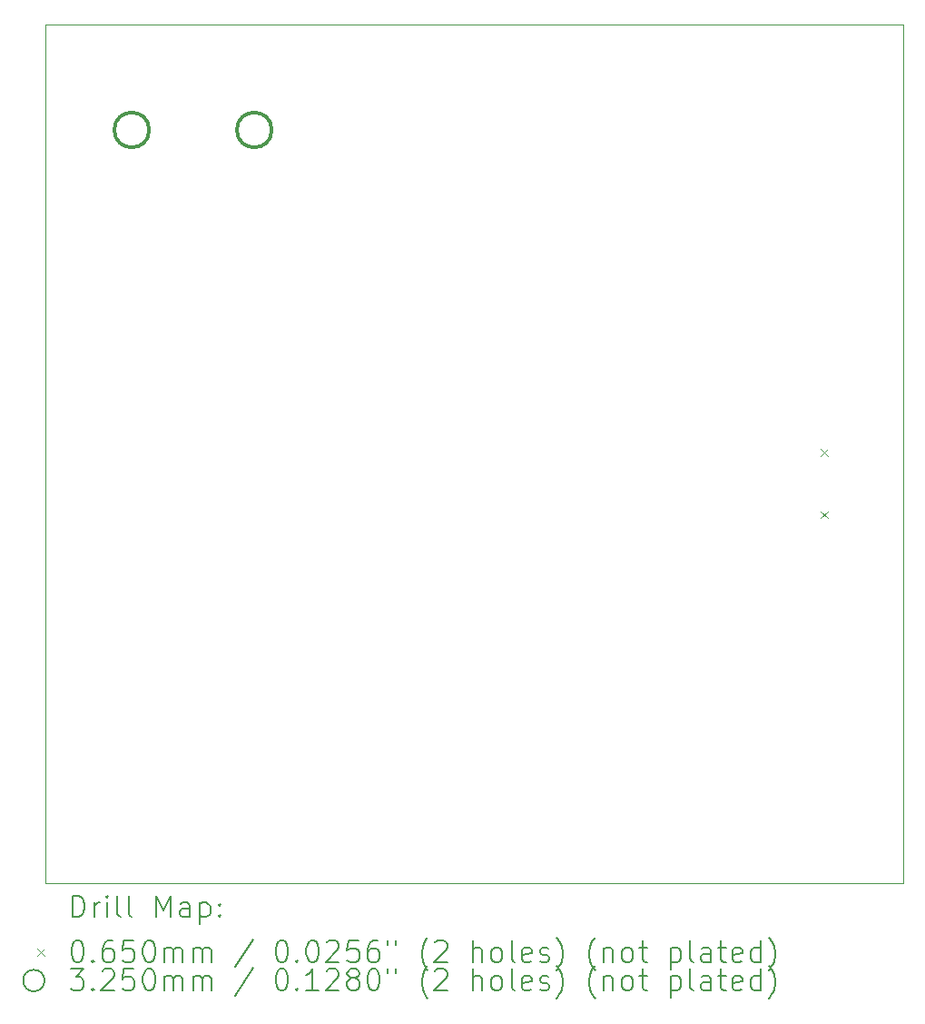
<source format=gbr>
%TF.GenerationSoftware,KiCad,Pcbnew,8.0.5-1.fc40*%
%TF.CreationDate,2024-10-08T11:33:05-07:00*%
%TF.ProjectId,stm32simh,73746d33-3273-4696-9d68-2e6b69636164,rev?*%
%TF.SameCoordinates,Original*%
%TF.FileFunction,Drillmap*%
%TF.FilePolarity,Positive*%
%FSLAX45Y45*%
G04 Gerber Fmt 4.5, Leading zero omitted, Abs format (unit mm)*
G04 Created by KiCad (PCBNEW 8.0.5-1.fc40) date 2024-10-08 11:33:05*
%MOMM*%
%LPD*%
G01*
G04 APERTURE LIST*
%ADD10C,0.100000*%
%ADD11C,0.200000*%
%ADD12C,0.325000*%
G04 APERTURE END LIST*
D10*
X10920000Y-2770000D02*
X18920000Y-2770000D01*
X18920000Y-10770000D01*
X10920000Y-10770000D01*
X10920000Y-2770000D01*
D11*
D10*
X18157000Y-6728500D02*
X18222000Y-6793500D01*
X18222000Y-6728500D02*
X18157000Y-6793500D01*
X18157000Y-7306500D02*
X18222000Y-7371500D01*
X18222000Y-7306500D02*
X18157000Y-7371500D01*
D12*
X11891000Y-3753000D02*
G75*
G02*
X11566000Y-3753000I-162500J0D01*
G01*
X11566000Y-3753000D02*
G75*
G02*
X11891000Y-3753000I162500J0D01*
G01*
X13034000Y-3753000D02*
G75*
G02*
X12709000Y-3753000I-162500J0D01*
G01*
X12709000Y-3753000D02*
G75*
G02*
X13034000Y-3753000I162500J0D01*
G01*
D11*
X11175777Y-11086484D02*
X11175777Y-10886484D01*
X11175777Y-10886484D02*
X11223396Y-10886484D01*
X11223396Y-10886484D02*
X11251967Y-10896008D01*
X11251967Y-10896008D02*
X11271015Y-10915055D01*
X11271015Y-10915055D02*
X11280539Y-10934103D01*
X11280539Y-10934103D02*
X11290062Y-10972198D01*
X11290062Y-10972198D02*
X11290062Y-11000770D01*
X11290062Y-11000770D02*
X11280539Y-11038865D01*
X11280539Y-11038865D02*
X11271015Y-11057912D01*
X11271015Y-11057912D02*
X11251967Y-11076960D01*
X11251967Y-11076960D02*
X11223396Y-11086484D01*
X11223396Y-11086484D02*
X11175777Y-11086484D01*
X11375777Y-11086484D02*
X11375777Y-10953150D01*
X11375777Y-10991246D02*
X11385301Y-10972198D01*
X11385301Y-10972198D02*
X11394824Y-10962674D01*
X11394824Y-10962674D02*
X11413872Y-10953150D01*
X11413872Y-10953150D02*
X11432920Y-10953150D01*
X11499586Y-11086484D02*
X11499586Y-10953150D01*
X11499586Y-10886484D02*
X11490062Y-10896008D01*
X11490062Y-10896008D02*
X11499586Y-10905531D01*
X11499586Y-10905531D02*
X11509110Y-10896008D01*
X11509110Y-10896008D02*
X11499586Y-10886484D01*
X11499586Y-10886484D02*
X11499586Y-10905531D01*
X11623396Y-11086484D02*
X11604348Y-11076960D01*
X11604348Y-11076960D02*
X11594824Y-11057912D01*
X11594824Y-11057912D02*
X11594824Y-10886484D01*
X11728158Y-11086484D02*
X11709110Y-11076960D01*
X11709110Y-11076960D02*
X11699586Y-11057912D01*
X11699586Y-11057912D02*
X11699586Y-10886484D01*
X11956729Y-11086484D02*
X11956729Y-10886484D01*
X11956729Y-10886484D02*
X12023396Y-11029341D01*
X12023396Y-11029341D02*
X12090062Y-10886484D01*
X12090062Y-10886484D02*
X12090062Y-11086484D01*
X12271015Y-11086484D02*
X12271015Y-10981722D01*
X12271015Y-10981722D02*
X12261491Y-10962674D01*
X12261491Y-10962674D02*
X12242443Y-10953150D01*
X12242443Y-10953150D02*
X12204348Y-10953150D01*
X12204348Y-10953150D02*
X12185301Y-10962674D01*
X12271015Y-11076960D02*
X12251967Y-11086484D01*
X12251967Y-11086484D02*
X12204348Y-11086484D01*
X12204348Y-11086484D02*
X12185301Y-11076960D01*
X12185301Y-11076960D02*
X12175777Y-11057912D01*
X12175777Y-11057912D02*
X12175777Y-11038865D01*
X12175777Y-11038865D02*
X12185301Y-11019817D01*
X12185301Y-11019817D02*
X12204348Y-11010293D01*
X12204348Y-11010293D02*
X12251967Y-11010293D01*
X12251967Y-11010293D02*
X12271015Y-11000770D01*
X12366253Y-10953150D02*
X12366253Y-11153150D01*
X12366253Y-10962674D02*
X12385301Y-10953150D01*
X12385301Y-10953150D02*
X12423396Y-10953150D01*
X12423396Y-10953150D02*
X12442443Y-10962674D01*
X12442443Y-10962674D02*
X12451967Y-10972198D01*
X12451967Y-10972198D02*
X12461491Y-10991246D01*
X12461491Y-10991246D02*
X12461491Y-11048389D01*
X12461491Y-11048389D02*
X12451967Y-11067436D01*
X12451967Y-11067436D02*
X12442443Y-11076960D01*
X12442443Y-11076960D02*
X12423396Y-11086484D01*
X12423396Y-11086484D02*
X12385301Y-11086484D01*
X12385301Y-11086484D02*
X12366253Y-11076960D01*
X12547205Y-11067436D02*
X12556729Y-11076960D01*
X12556729Y-11076960D02*
X12547205Y-11086484D01*
X12547205Y-11086484D02*
X12537682Y-11076960D01*
X12537682Y-11076960D02*
X12547205Y-11067436D01*
X12547205Y-11067436D02*
X12547205Y-11086484D01*
X12547205Y-10962674D02*
X12556729Y-10972198D01*
X12556729Y-10972198D02*
X12547205Y-10981722D01*
X12547205Y-10981722D02*
X12537682Y-10972198D01*
X12537682Y-10972198D02*
X12547205Y-10962674D01*
X12547205Y-10962674D02*
X12547205Y-10981722D01*
D10*
X10850000Y-11382500D02*
X10915000Y-11447500D01*
X10915000Y-11382500D02*
X10850000Y-11447500D01*
D11*
X11213872Y-11306484D02*
X11232920Y-11306484D01*
X11232920Y-11306484D02*
X11251967Y-11316008D01*
X11251967Y-11316008D02*
X11261491Y-11325531D01*
X11261491Y-11325531D02*
X11271015Y-11344579D01*
X11271015Y-11344579D02*
X11280539Y-11382674D01*
X11280539Y-11382674D02*
X11280539Y-11430293D01*
X11280539Y-11430293D02*
X11271015Y-11468388D01*
X11271015Y-11468388D02*
X11261491Y-11487436D01*
X11261491Y-11487436D02*
X11251967Y-11496960D01*
X11251967Y-11496960D02*
X11232920Y-11506484D01*
X11232920Y-11506484D02*
X11213872Y-11506484D01*
X11213872Y-11506484D02*
X11194824Y-11496960D01*
X11194824Y-11496960D02*
X11185301Y-11487436D01*
X11185301Y-11487436D02*
X11175777Y-11468388D01*
X11175777Y-11468388D02*
X11166253Y-11430293D01*
X11166253Y-11430293D02*
X11166253Y-11382674D01*
X11166253Y-11382674D02*
X11175777Y-11344579D01*
X11175777Y-11344579D02*
X11185301Y-11325531D01*
X11185301Y-11325531D02*
X11194824Y-11316008D01*
X11194824Y-11316008D02*
X11213872Y-11306484D01*
X11366253Y-11487436D02*
X11375777Y-11496960D01*
X11375777Y-11496960D02*
X11366253Y-11506484D01*
X11366253Y-11506484D02*
X11356729Y-11496960D01*
X11356729Y-11496960D02*
X11366253Y-11487436D01*
X11366253Y-11487436D02*
X11366253Y-11506484D01*
X11547205Y-11306484D02*
X11509110Y-11306484D01*
X11509110Y-11306484D02*
X11490062Y-11316008D01*
X11490062Y-11316008D02*
X11480539Y-11325531D01*
X11480539Y-11325531D02*
X11461491Y-11354103D01*
X11461491Y-11354103D02*
X11451967Y-11392198D01*
X11451967Y-11392198D02*
X11451967Y-11468388D01*
X11451967Y-11468388D02*
X11461491Y-11487436D01*
X11461491Y-11487436D02*
X11471015Y-11496960D01*
X11471015Y-11496960D02*
X11490062Y-11506484D01*
X11490062Y-11506484D02*
X11528158Y-11506484D01*
X11528158Y-11506484D02*
X11547205Y-11496960D01*
X11547205Y-11496960D02*
X11556729Y-11487436D01*
X11556729Y-11487436D02*
X11566253Y-11468388D01*
X11566253Y-11468388D02*
X11566253Y-11420769D01*
X11566253Y-11420769D02*
X11556729Y-11401722D01*
X11556729Y-11401722D02*
X11547205Y-11392198D01*
X11547205Y-11392198D02*
X11528158Y-11382674D01*
X11528158Y-11382674D02*
X11490062Y-11382674D01*
X11490062Y-11382674D02*
X11471015Y-11392198D01*
X11471015Y-11392198D02*
X11461491Y-11401722D01*
X11461491Y-11401722D02*
X11451967Y-11420769D01*
X11747205Y-11306484D02*
X11651967Y-11306484D01*
X11651967Y-11306484D02*
X11642443Y-11401722D01*
X11642443Y-11401722D02*
X11651967Y-11392198D01*
X11651967Y-11392198D02*
X11671015Y-11382674D01*
X11671015Y-11382674D02*
X11718634Y-11382674D01*
X11718634Y-11382674D02*
X11737682Y-11392198D01*
X11737682Y-11392198D02*
X11747205Y-11401722D01*
X11747205Y-11401722D02*
X11756729Y-11420769D01*
X11756729Y-11420769D02*
X11756729Y-11468388D01*
X11756729Y-11468388D02*
X11747205Y-11487436D01*
X11747205Y-11487436D02*
X11737682Y-11496960D01*
X11737682Y-11496960D02*
X11718634Y-11506484D01*
X11718634Y-11506484D02*
X11671015Y-11506484D01*
X11671015Y-11506484D02*
X11651967Y-11496960D01*
X11651967Y-11496960D02*
X11642443Y-11487436D01*
X11880539Y-11306484D02*
X11899586Y-11306484D01*
X11899586Y-11306484D02*
X11918634Y-11316008D01*
X11918634Y-11316008D02*
X11928158Y-11325531D01*
X11928158Y-11325531D02*
X11937682Y-11344579D01*
X11937682Y-11344579D02*
X11947205Y-11382674D01*
X11947205Y-11382674D02*
X11947205Y-11430293D01*
X11947205Y-11430293D02*
X11937682Y-11468388D01*
X11937682Y-11468388D02*
X11928158Y-11487436D01*
X11928158Y-11487436D02*
X11918634Y-11496960D01*
X11918634Y-11496960D02*
X11899586Y-11506484D01*
X11899586Y-11506484D02*
X11880539Y-11506484D01*
X11880539Y-11506484D02*
X11861491Y-11496960D01*
X11861491Y-11496960D02*
X11851967Y-11487436D01*
X11851967Y-11487436D02*
X11842443Y-11468388D01*
X11842443Y-11468388D02*
X11832920Y-11430293D01*
X11832920Y-11430293D02*
X11832920Y-11382674D01*
X11832920Y-11382674D02*
X11842443Y-11344579D01*
X11842443Y-11344579D02*
X11851967Y-11325531D01*
X11851967Y-11325531D02*
X11861491Y-11316008D01*
X11861491Y-11316008D02*
X11880539Y-11306484D01*
X12032920Y-11506484D02*
X12032920Y-11373150D01*
X12032920Y-11392198D02*
X12042443Y-11382674D01*
X12042443Y-11382674D02*
X12061491Y-11373150D01*
X12061491Y-11373150D02*
X12090063Y-11373150D01*
X12090063Y-11373150D02*
X12109110Y-11382674D01*
X12109110Y-11382674D02*
X12118634Y-11401722D01*
X12118634Y-11401722D02*
X12118634Y-11506484D01*
X12118634Y-11401722D02*
X12128158Y-11382674D01*
X12128158Y-11382674D02*
X12147205Y-11373150D01*
X12147205Y-11373150D02*
X12175777Y-11373150D01*
X12175777Y-11373150D02*
X12194824Y-11382674D01*
X12194824Y-11382674D02*
X12204348Y-11401722D01*
X12204348Y-11401722D02*
X12204348Y-11506484D01*
X12299586Y-11506484D02*
X12299586Y-11373150D01*
X12299586Y-11392198D02*
X12309110Y-11382674D01*
X12309110Y-11382674D02*
X12328158Y-11373150D01*
X12328158Y-11373150D02*
X12356729Y-11373150D01*
X12356729Y-11373150D02*
X12375777Y-11382674D01*
X12375777Y-11382674D02*
X12385301Y-11401722D01*
X12385301Y-11401722D02*
X12385301Y-11506484D01*
X12385301Y-11401722D02*
X12394824Y-11382674D01*
X12394824Y-11382674D02*
X12413872Y-11373150D01*
X12413872Y-11373150D02*
X12442443Y-11373150D01*
X12442443Y-11373150D02*
X12461491Y-11382674D01*
X12461491Y-11382674D02*
X12471015Y-11401722D01*
X12471015Y-11401722D02*
X12471015Y-11506484D01*
X12861491Y-11296960D02*
X12690063Y-11554103D01*
X13118634Y-11306484D02*
X13137682Y-11306484D01*
X13137682Y-11306484D02*
X13156729Y-11316008D01*
X13156729Y-11316008D02*
X13166253Y-11325531D01*
X13166253Y-11325531D02*
X13175777Y-11344579D01*
X13175777Y-11344579D02*
X13185301Y-11382674D01*
X13185301Y-11382674D02*
X13185301Y-11430293D01*
X13185301Y-11430293D02*
X13175777Y-11468388D01*
X13175777Y-11468388D02*
X13166253Y-11487436D01*
X13166253Y-11487436D02*
X13156729Y-11496960D01*
X13156729Y-11496960D02*
X13137682Y-11506484D01*
X13137682Y-11506484D02*
X13118634Y-11506484D01*
X13118634Y-11506484D02*
X13099586Y-11496960D01*
X13099586Y-11496960D02*
X13090063Y-11487436D01*
X13090063Y-11487436D02*
X13080539Y-11468388D01*
X13080539Y-11468388D02*
X13071015Y-11430293D01*
X13071015Y-11430293D02*
X13071015Y-11382674D01*
X13071015Y-11382674D02*
X13080539Y-11344579D01*
X13080539Y-11344579D02*
X13090063Y-11325531D01*
X13090063Y-11325531D02*
X13099586Y-11316008D01*
X13099586Y-11316008D02*
X13118634Y-11306484D01*
X13271015Y-11487436D02*
X13280539Y-11496960D01*
X13280539Y-11496960D02*
X13271015Y-11506484D01*
X13271015Y-11506484D02*
X13261491Y-11496960D01*
X13261491Y-11496960D02*
X13271015Y-11487436D01*
X13271015Y-11487436D02*
X13271015Y-11506484D01*
X13404348Y-11306484D02*
X13423396Y-11306484D01*
X13423396Y-11306484D02*
X13442444Y-11316008D01*
X13442444Y-11316008D02*
X13451967Y-11325531D01*
X13451967Y-11325531D02*
X13461491Y-11344579D01*
X13461491Y-11344579D02*
X13471015Y-11382674D01*
X13471015Y-11382674D02*
X13471015Y-11430293D01*
X13471015Y-11430293D02*
X13461491Y-11468388D01*
X13461491Y-11468388D02*
X13451967Y-11487436D01*
X13451967Y-11487436D02*
X13442444Y-11496960D01*
X13442444Y-11496960D02*
X13423396Y-11506484D01*
X13423396Y-11506484D02*
X13404348Y-11506484D01*
X13404348Y-11506484D02*
X13385301Y-11496960D01*
X13385301Y-11496960D02*
X13375777Y-11487436D01*
X13375777Y-11487436D02*
X13366253Y-11468388D01*
X13366253Y-11468388D02*
X13356729Y-11430293D01*
X13356729Y-11430293D02*
X13356729Y-11382674D01*
X13356729Y-11382674D02*
X13366253Y-11344579D01*
X13366253Y-11344579D02*
X13375777Y-11325531D01*
X13375777Y-11325531D02*
X13385301Y-11316008D01*
X13385301Y-11316008D02*
X13404348Y-11306484D01*
X13547206Y-11325531D02*
X13556729Y-11316008D01*
X13556729Y-11316008D02*
X13575777Y-11306484D01*
X13575777Y-11306484D02*
X13623396Y-11306484D01*
X13623396Y-11306484D02*
X13642444Y-11316008D01*
X13642444Y-11316008D02*
X13651967Y-11325531D01*
X13651967Y-11325531D02*
X13661491Y-11344579D01*
X13661491Y-11344579D02*
X13661491Y-11363627D01*
X13661491Y-11363627D02*
X13651967Y-11392198D01*
X13651967Y-11392198D02*
X13537682Y-11506484D01*
X13537682Y-11506484D02*
X13661491Y-11506484D01*
X13842444Y-11306484D02*
X13747206Y-11306484D01*
X13747206Y-11306484D02*
X13737682Y-11401722D01*
X13737682Y-11401722D02*
X13747206Y-11392198D01*
X13747206Y-11392198D02*
X13766253Y-11382674D01*
X13766253Y-11382674D02*
X13813872Y-11382674D01*
X13813872Y-11382674D02*
X13832920Y-11392198D01*
X13832920Y-11392198D02*
X13842444Y-11401722D01*
X13842444Y-11401722D02*
X13851967Y-11420769D01*
X13851967Y-11420769D02*
X13851967Y-11468388D01*
X13851967Y-11468388D02*
X13842444Y-11487436D01*
X13842444Y-11487436D02*
X13832920Y-11496960D01*
X13832920Y-11496960D02*
X13813872Y-11506484D01*
X13813872Y-11506484D02*
X13766253Y-11506484D01*
X13766253Y-11506484D02*
X13747206Y-11496960D01*
X13747206Y-11496960D02*
X13737682Y-11487436D01*
X14023396Y-11306484D02*
X13985301Y-11306484D01*
X13985301Y-11306484D02*
X13966253Y-11316008D01*
X13966253Y-11316008D02*
X13956729Y-11325531D01*
X13956729Y-11325531D02*
X13937682Y-11354103D01*
X13937682Y-11354103D02*
X13928158Y-11392198D01*
X13928158Y-11392198D02*
X13928158Y-11468388D01*
X13928158Y-11468388D02*
X13937682Y-11487436D01*
X13937682Y-11487436D02*
X13947206Y-11496960D01*
X13947206Y-11496960D02*
X13966253Y-11506484D01*
X13966253Y-11506484D02*
X14004348Y-11506484D01*
X14004348Y-11506484D02*
X14023396Y-11496960D01*
X14023396Y-11496960D02*
X14032920Y-11487436D01*
X14032920Y-11487436D02*
X14042444Y-11468388D01*
X14042444Y-11468388D02*
X14042444Y-11420769D01*
X14042444Y-11420769D02*
X14032920Y-11401722D01*
X14032920Y-11401722D02*
X14023396Y-11392198D01*
X14023396Y-11392198D02*
X14004348Y-11382674D01*
X14004348Y-11382674D02*
X13966253Y-11382674D01*
X13966253Y-11382674D02*
X13947206Y-11392198D01*
X13947206Y-11392198D02*
X13937682Y-11401722D01*
X13937682Y-11401722D02*
X13928158Y-11420769D01*
X14118634Y-11306484D02*
X14118634Y-11344579D01*
X14194825Y-11306484D02*
X14194825Y-11344579D01*
X14490063Y-11582674D02*
X14480539Y-11573150D01*
X14480539Y-11573150D02*
X14461491Y-11544579D01*
X14461491Y-11544579D02*
X14451968Y-11525531D01*
X14451968Y-11525531D02*
X14442444Y-11496960D01*
X14442444Y-11496960D02*
X14432920Y-11449341D01*
X14432920Y-11449341D02*
X14432920Y-11411246D01*
X14432920Y-11411246D02*
X14442444Y-11363627D01*
X14442444Y-11363627D02*
X14451968Y-11335055D01*
X14451968Y-11335055D02*
X14461491Y-11316008D01*
X14461491Y-11316008D02*
X14480539Y-11287436D01*
X14480539Y-11287436D02*
X14490063Y-11277912D01*
X14556729Y-11325531D02*
X14566253Y-11316008D01*
X14566253Y-11316008D02*
X14585301Y-11306484D01*
X14585301Y-11306484D02*
X14632920Y-11306484D01*
X14632920Y-11306484D02*
X14651968Y-11316008D01*
X14651968Y-11316008D02*
X14661491Y-11325531D01*
X14661491Y-11325531D02*
X14671015Y-11344579D01*
X14671015Y-11344579D02*
X14671015Y-11363627D01*
X14671015Y-11363627D02*
X14661491Y-11392198D01*
X14661491Y-11392198D02*
X14547206Y-11506484D01*
X14547206Y-11506484D02*
X14671015Y-11506484D01*
X14909110Y-11506484D02*
X14909110Y-11306484D01*
X14994825Y-11506484D02*
X14994825Y-11401722D01*
X14994825Y-11401722D02*
X14985301Y-11382674D01*
X14985301Y-11382674D02*
X14966253Y-11373150D01*
X14966253Y-11373150D02*
X14937682Y-11373150D01*
X14937682Y-11373150D02*
X14918634Y-11382674D01*
X14918634Y-11382674D02*
X14909110Y-11392198D01*
X15118634Y-11506484D02*
X15099587Y-11496960D01*
X15099587Y-11496960D02*
X15090063Y-11487436D01*
X15090063Y-11487436D02*
X15080539Y-11468388D01*
X15080539Y-11468388D02*
X15080539Y-11411246D01*
X15080539Y-11411246D02*
X15090063Y-11392198D01*
X15090063Y-11392198D02*
X15099587Y-11382674D01*
X15099587Y-11382674D02*
X15118634Y-11373150D01*
X15118634Y-11373150D02*
X15147206Y-11373150D01*
X15147206Y-11373150D02*
X15166253Y-11382674D01*
X15166253Y-11382674D02*
X15175777Y-11392198D01*
X15175777Y-11392198D02*
X15185301Y-11411246D01*
X15185301Y-11411246D02*
X15185301Y-11468388D01*
X15185301Y-11468388D02*
X15175777Y-11487436D01*
X15175777Y-11487436D02*
X15166253Y-11496960D01*
X15166253Y-11496960D02*
X15147206Y-11506484D01*
X15147206Y-11506484D02*
X15118634Y-11506484D01*
X15299587Y-11506484D02*
X15280539Y-11496960D01*
X15280539Y-11496960D02*
X15271015Y-11477912D01*
X15271015Y-11477912D02*
X15271015Y-11306484D01*
X15451968Y-11496960D02*
X15432920Y-11506484D01*
X15432920Y-11506484D02*
X15394825Y-11506484D01*
X15394825Y-11506484D02*
X15375777Y-11496960D01*
X15375777Y-11496960D02*
X15366253Y-11477912D01*
X15366253Y-11477912D02*
X15366253Y-11401722D01*
X15366253Y-11401722D02*
X15375777Y-11382674D01*
X15375777Y-11382674D02*
X15394825Y-11373150D01*
X15394825Y-11373150D02*
X15432920Y-11373150D01*
X15432920Y-11373150D02*
X15451968Y-11382674D01*
X15451968Y-11382674D02*
X15461491Y-11401722D01*
X15461491Y-11401722D02*
X15461491Y-11420769D01*
X15461491Y-11420769D02*
X15366253Y-11439817D01*
X15537682Y-11496960D02*
X15556730Y-11506484D01*
X15556730Y-11506484D02*
X15594825Y-11506484D01*
X15594825Y-11506484D02*
X15613872Y-11496960D01*
X15613872Y-11496960D02*
X15623396Y-11477912D01*
X15623396Y-11477912D02*
X15623396Y-11468388D01*
X15623396Y-11468388D02*
X15613872Y-11449341D01*
X15613872Y-11449341D02*
X15594825Y-11439817D01*
X15594825Y-11439817D02*
X15566253Y-11439817D01*
X15566253Y-11439817D02*
X15547206Y-11430293D01*
X15547206Y-11430293D02*
X15537682Y-11411246D01*
X15537682Y-11411246D02*
X15537682Y-11401722D01*
X15537682Y-11401722D02*
X15547206Y-11382674D01*
X15547206Y-11382674D02*
X15566253Y-11373150D01*
X15566253Y-11373150D02*
X15594825Y-11373150D01*
X15594825Y-11373150D02*
X15613872Y-11382674D01*
X15690063Y-11582674D02*
X15699587Y-11573150D01*
X15699587Y-11573150D02*
X15718634Y-11544579D01*
X15718634Y-11544579D02*
X15728158Y-11525531D01*
X15728158Y-11525531D02*
X15737682Y-11496960D01*
X15737682Y-11496960D02*
X15747206Y-11449341D01*
X15747206Y-11449341D02*
X15747206Y-11411246D01*
X15747206Y-11411246D02*
X15737682Y-11363627D01*
X15737682Y-11363627D02*
X15728158Y-11335055D01*
X15728158Y-11335055D02*
X15718634Y-11316008D01*
X15718634Y-11316008D02*
X15699587Y-11287436D01*
X15699587Y-11287436D02*
X15690063Y-11277912D01*
X16051968Y-11582674D02*
X16042444Y-11573150D01*
X16042444Y-11573150D02*
X16023396Y-11544579D01*
X16023396Y-11544579D02*
X16013872Y-11525531D01*
X16013872Y-11525531D02*
X16004349Y-11496960D01*
X16004349Y-11496960D02*
X15994825Y-11449341D01*
X15994825Y-11449341D02*
X15994825Y-11411246D01*
X15994825Y-11411246D02*
X16004349Y-11363627D01*
X16004349Y-11363627D02*
X16013872Y-11335055D01*
X16013872Y-11335055D02*
X16023396Y-11316008D01*
X16023396Y-11316008D02*
X16042444Y-11287436D01*
X16042444Y-11287436D02*
X16051968Y-11277912D01*
X16128158Y-11373150D02*
X16128158Y-11506484D01*
X16128158Y-11392198D02*
X16137682Y-11382674D01*
X16137682Y-11382674D02*
X16156730Y-11373150D01*
X16156730Y-11373150D02*
X16185301Y-11373150D01*
X16185301Y-11373150D02*
X16204349Y-11382674D01*
X16204349Y-11382674D02*
X16213872Y-11401722D01*
X16213872Y-11401722D02*
X16213872Y-11506484D01*
X16337682Y-11506484D02*
X16318634Y-11496960D01*
X16318634Y-11496960D02*
X16309111Y-11487436D01*
X16309111Y-11487436D02*
X16299587Y-11468388D01*
X16299587Y-11468388D02*
X16299587Y-11411246D01*
X16299587Y-11411246D02*
X16309111Y-11392198D01*
X16309111Y-11392198D02*
X16318634Y-11382674D01*
X16318634Y-11382674D02*
X16337682Y-11373150D01*
X16337682Y-11373150D02*
X16366253Y-11373150D01*
X16366253Y-11373150D02*
X16385301Y-11382674D01*
X16385301Y-11382674D02*
X16394825Y-11392198D01*
X16394825Y-11392198D02*
X16404349Y-11411246D01*
X16404349Y-11411246D02*
X16404349Y-11468388D01*
X16404349Y-11468388D02*
X16394825Y-11487436D01*
X16394825Y-11487436D02*
X16385301Y-11496960D01*
X16385301Y-11496960D02*
X16366253Y-11506484D01*
X16366253Y-11506484D02*
X16337682Y-11506484D01*
X16461492Y-11373150D02*
X16537682Y-11373150D01*
X16490063Y-11306484D02*
X16490063Y-11477912D01*
X16490063Y-11477912D02*
X16499587Y-11496960D01*
X16499587Y-11496960D02*
X16518634Y-11506484D01*
X16518634Y-11506484D02*
X16537682Y-11506484D01*
X16756730Y-11373150D02*
X16756730Y-11573150D01*
X16756730Y-11382674D02*
X16775777Y-11373150D01*
X16775777Y-11373150D02*
X16813873Y-11373150D01*
X16813873Y-11373150D02*
X16832920Y-11382674D01*
X16832920Y-11382674D02*
X16842444Y-11392198D01*
X16842444Y-11392198D02*
X16851968Y-11411246D01*
X16851968Y-11411246D02*
X16851968Y-11468388D01*
X16851968Y-11468388D02*
X16842444Y-11487436D01*
X16842444Y-11487436D02*
X16832920Y-11496960D01*
X16832920Y-11496960D02*
X16813873Y-11506484D01*
X16813873Y-11506484D02*
X16775777Y-11506484D01*
X16775777Y-11506484D02*
X16756730Y-11496960D01*
X16966254Y-11506484D02*
X16947206Y-11496960D01*
X16947206Y-11496960D02*
X16937682Y-11477912D01*
X16937682Y-11477912D02*
X16937682Y-11306484D01*
X17128158Y-11506484D02*
X17128158Y-11401722D01*
X17128158Y-11401722D02*
X17118635Y-11382674D01*
X17118635Y-11382674D02*
X17099587Y-11373150D01*
X17099587Y-11373150D02*
X17061492Y-11373150D01*
X17061492Y-11373150D02*
X17042444Y-11382674D01*
X17128158Y-11496960D02*
X17109111Y-11506484D01*
X17109111Y-11506484D02*
X17061492Y-11506484D01*
X17061492Y-11506484D02*
X17042444Y-11496960D01*
X17042444Y-11496960D02*
X17032920Y-11477912D01*
X17032920Y-11477912D02*
X17032920Y-11458865D01*
X17032920Y-11458865D02*
X17042444Y-11439817D01*
X17042444Y-11439817D02*
X17061492Y-11430293D01*
X17061492Y-11430293D02*
X17109111Y-11430293D01*
X17109111Y-11430293D02*
X17128158Y-11420769D01*
X17194825Y-11373150D02*
X17271015Y-11373150D01*
X17223396Y-11306484D02*
X17223396Y-11477912D01*
X17223396Y-11477912D02*
X17232920Y-11496960D01*
X17232920Y-11496960D02*
X17251968Y-11506484D01*
X17251968Y-11506484D02*
X17271015Y-11506484D01*
X17413873Y-11496960D02*
X17394825Y-11506484D01*
X17394825Y-11506484D02*
X17356730Y-11506484D01*
X17356730Y-11506484D02*
X17337682Y-11496960D01*
X17337682Y-11496960D02*
X17328158Y-11477912D01*
X17328158Y-11477912D02*
X17328158Y-11401722D01*
X17328158Y-11401722D02*
X17337682Y-11382674D01*
X17337682Y-11382674D02*
X17356730Y-11373150D01*
X17356730Y-11373150D02*
X17394825Y-11373150D01*
X17394825Y-11373150D02*
X17413873Y-11382674D01*
X17413873Y-11382674D02*
X17423396Y-11401722D01*
X17423396Y-11401722D02*
X17423396Y-11420769D01*
X17423396Y-11420769D02*
X17328158Y-11439817D01*
X17594825Y-11506484D02*
X17594825Y-11306484D01*
X17594825Y-11496960D02*
X17575777Y-11506484D01*
X17575777Y-11506484D02*
X17537682Y-11506484D01*
X17537682Y-11506484D02*
X17518635Y-11496960D01*
X17518635Y-11496960D02*
X17509111Y-11487436D01*
X17509111Y-11487436D02*
X17499587Y-11468388D01*
X17499587Y-11468388D02*
X17499587Y-11411246D01*
X17499587Y-11411246D02*
X17509111Y-11392198D01*
X17509111Y-11392198D02*
X17518635Y-11382674D01*
X17518635Y-11382674D02*
X17537682Y-11373150D01*
X17537682Y-11373150D02*
X17575777Y-11373150D01*
X17575777Y-11373150D02*
X17594825Y-11382674D01*
X17671016Y-11582674D02*
X17680539Y-11573150D01*
X17680539Y-11573150D02*
X17699587Y-11544579D01*
X17699587Y-11544579D02*
X17709111Y-11525531D01*
X17709111Y-11525531D02*
X17718635Y-11496960D01*
X17718635Y-11496960D02*
X17728158Y-11449341D01*
X17728158Y-11449341D02*
X17728158Y-11411246D01*
X17728158Y-11411246D02*
X17718635Y-11363627D01*
X17718635Y-11363627D02*
X17709111Y-11335055D01*
X17709111Y-11335055D02*
X17699587Y-11316008D01*
X17699587Y-11316008D02*
X17680539Y-11287436D01*
X17680539Y-11287436D02*
X17671016Y-11277912D01*
X10915000Y-11679000D02*
G75*
G02*
X10715000Y-11679000I-100000J0D01*
G01*
X10715000Y-11679000D02*
G75*
G02*
X10915000Y-11679000I100000J0D01*
G01*
X11156729Y-11570484D02*
X11280539Y-11570484D01*
X11280539Y-11570484D02*
X11213872Y-11646674D01*
X11213872Y-11646674D02*
X11242443Y-11646674D01*
X11242443Y-11646674D02*
X11261491Y-11656198D01*
X11261491Y-11656198D02*
X11271015Y-11665722D01*
X11271015Y-11665722D02*
X11280539Y-11684769D01*
X11280539Y-11684769D02*
X11280539Y-11732388D01*
X11280539Y-11732388D02*
X11271015Y-11751436D01*
X11271015Y-11751436D02*
X11261491Y-11760960D01*
X11261491Y-11760960D02*
X11242443Y-11770484D01*
X11242443Y-11770484D02*
X11185301Y-11770484D01*
X11185301Y-11770484D02*
X11166253Y-11760960D01*
X11166253Y-11760960D02*
X11156729Y-11751436D01*
X11366253Y-11751436D02*
X11375777Y-11760960D01*
X11375777Y-11760960D02*
X11366253Y-11770484D01*
X11366253Y-11770484D02*
X11356729Y-11760960D01*
X11356729Y-11760960D02*
X11366253Y-11751436D01*
X11366253Y-11751436D02*
X11366253Y-11770484D01*
X11451967Y-11589531D02*
X11461491Y-11580008D01*
X11461491Y-11580008D02*
X11480539Y-11570484D01*
X11480539Y-11570484D02*
X11528158Y-11570484D01*
X11528158Y-11570484D02*
X11547205Y-11580008D01*
X11547205Y-11580008D02*
X11556729Y-11589531D01*
X11556729Y-11589531D02*
X11566253Y-11608579D01*
X11566253Y-11608579D02*
X11566253Y-11627627D01*
X11566253Y-11627627D02*
X11556729Y-11656198D01*
X11556729Y-11656198D02*
X11442443Y-11770484D01*
X11442443Y-11770484D02*
X11566253Y-11770484D01*
X11747205Y-11570484D02*
X11651967Y-11570484D01*
X11651967Y-11570484D02*
X11642443Y-11665722D01*
X11642443Y-11665722D02*
X11651967Y-11656198D01*
X11651967Y-11656198D02*
X11671015Y-11646674D01*
X11671015Y-11646674D02*
X11718634Y-11646674D01*
X11718634Y-11646674D02*
X11737682Y-11656198D01*
X11737682Y-11656198D02*
X11747205Y-11665722D01*
X11747205Y-11665722D02*
X11756729Y-11684769D01*
X11756729Y-11684769D02*
X11756729Y-11732388D01*
X11756729Y-11732388D02*
X11747205Y-11751436D01*
X11747205Y-11751436D02*
X11737682Y-11760960D01*
X11737682Y-11760960D02*
X11718634Y-11770484D01*
X11718634Y-11770484D02*
X11671015Y-11770484D01*
X11671015Y-11770484D02*
X11651967Y-11760960D01*
X11651967Y-11760960D02*
X11642443Y-11751436D01*
X11880539Y-11570484D02*
X11899586Y-11570484D01*
X11899586Y-11570484D02*
X11918634Y-11580008D01*
X11918634Y-11580008D02*
X11928158Y-11589531D01*
X11928158Y-11589531D02*
X11937682Y-11608579D01*
X11937682Y-11608579D02*
X11947205Y-11646674D01*
X11947205Y-11646674D02*
X11947205Y-11694293D01*
X11947205Y-11694293D02*
X11937682Y-11732388D01*
X11937682Y-11732388D02*
X11928158Y-11751436D01*
X11928158Y-11751436D02*
X11918634Y-11760960D01*
X11918634Y-11760960D02*
X11899586Y-11770484D01*
X11899586Y-11770484D02*
X11880539Y-11770484D01*
X11880539Y-11770484D02*
X11861491Y-11760960D01*
X11861491Y-11760960D02*
X11851967Y-11751436D01*
X11851967Y-11751436D02*
X11842443Y-11732388D01*
X11842443Y-11732388D02*
X11832920Y-11694293D01*
X11832920Y-11694293D02*
X11832920Y-11646674D01*
X11832920Y-11646674D02*
X11842443Y-11608579D01*
X11842443Y-11608579D02*
X11851967Y-11589531D01*
X11851967Y-11589531D02*
X11861491Y-11580008D01*
X11861491Y-11580008D02*
X11880539Y-11570484D01*
X12032920Y-11770484D02*
X12032920Y-11637150D01*
X12032920Y-11656198D02*
X12042443Y-11646674D01*
X12042443Y-11646674D02*
X12061491Y-11637150D01*
X12061491Y-11637150D02*
X12090063Y-11637150D01*
X12090063Y-11637150D02*
X12109110Y-11646674D01*
X12109110Y-11646674D02*
X12118634Y-11665722D01*
X12118634Y-11665722D02*
X12118634Y-11770484D01*
X12118634Y-11665722D02*
X12128158Y-11646674D01*
X12128158Y-11646674D02*
X12147205Y-11637150D01*
X12147205Y-11637150D02*
X12175777Y-11637150D01*
X12175777Y-11637150D02*
X12194824Y-11646674D01*
X12194824Y-11646674D02*
X12204348Y-11665722D01*
X12204348Y-11665722D02*
X12204348Y-11770484D01*
X12299586Y-11770484D02*
X12299586Y-11637150D01*
X12299586Y-11656198D02*
X12309110Y-11646674D01*
X12309110Y-11646674D02*
X12328158Y-11637150D01*
X12328158Y-11637150D02*
X12356729Y-11637150D01*
X12356729Y-11637150D02*
X12375777Y-11646674D01*
X12375777Y-11646674D02*
X12385301Y-11665722D01*
X12385301Y-11665722D02*
X12385301Y-11770484D01*
X12385301Y-11665722D02*
X12394824Y-11646674D01*
X12394824Y-11646674D02*
X12413872Y-11637150D01*
X12413872Y-11637150D02*
X12442443Y-11637150D01*
X12442443Y-11637150D02*
X12461491Y-11646674D01*
X12461491Y-11646674D02*
X12471015Y-11665722D01*
X12471015Y-11665722D02*
X12471015Y-11770484D01*
X12861491Y-11560960D02*
X12690063Y-11818103D01*
X13118634Y-11570484D02*
X13137682Y-11570484D01*
X13137682Y-11570484D02*
X13156729Y-11580008D01*
X13156729Y-11580008D02*
X13166253Y-11589531D01*
X13166253Y-11589531D02*
X13175777Y-11608579D01*
X13175777Y-11608579D02*
X13185301Y-11646674D01*
X13185301Y-11646674D02*
X13185301Y-11694293D01*
X13185301Y-11694293D02*
X13175777Y-11732388D01*
X13175777Y-11732388D02*
X13166253Y-11751436D01*
X13166253Y-11751436D02*
X13156729Y-11760960D01*
X13156729Y-11760960D02*
X13137682Y-11770484D01*
X13137682Y-11770484D02*
X13118634Y-11770484D01*
X13118634Y-11770484D02*
X13099586Y-11760960D01*
X13099586Y-11760960D02*
X13090063Y-11751436D01*
X13090063Y-11751436D02*
X13080539Y-11732388D01*
X13080539Y-11732388D02*
X13071015Y-11694293D01*
X13071015Y-11694293D02*
X13071015Y-11646674D01*
X13071015Y-11646674D02*
X13080539Y-11608579D01*
X13080539Y-11608579D02*
X13090063Y-11589531D01*
X13090063Y-11589531D02*
X13099586Y-11580008D01*
X13099586Y-11580008D02*
X13118634Y-11570484D01*
X13271015Y-11751436D02*
X13280539Y-11760960D01*
X13280539Y-11760960D02*
X13271015Y-11770484D01*
X13271015Y-11770484D02*
X13261491Y-11760960D01*
X13261491Y-11760960D02*
X13271015Y-11751436D01*
X13271015Y-11751436D02*
X13271015Y-11770484D01*
X13471015Y-11770484D02*
X13356729Y-11770484D01*
X13413872Y-11770484D02*
X13413872Y-11570484D01*
X13413872Y-11570484D02*
X13394825Y-11599055D01*
X13394825Y-11599055D02*
X13375777Y-11618103D01*
X13375777Y-11618103D02*
X13356729Y-11627627D01*
X13547206Y-11589531D02*
X13556729Y-11580008D01*
X13556729Y-11580008D02*
X13575777Y-11570484D01*
X13575777Y-11570484D02*
X13623396Y-11570484D01*
X13623396Y-11570484D02*
X13642444Y-11580008D01*
X13642444Y-11580008D02*
X13651967Y-11589531D01*
X13651967Y-11589531D02*
X13661491Y-11608579D01*
X13661491Y-11608579D02*
X13661491Y-11627627D01*
X13661491Y-11627627D02*
X13651967Y-11656198D01*
X13651967Y-11656198D02*
X13537682Y-11770484D01*
X13537682Y-11770484D02*
X13661491Y-11770484D01*
X13775777Y-11656198D02*
X13756729Y-11646674D01*
X13756729Y-11646674D02*
X13747206Y-11637150D01*
X13747206Y-11637150D02*
X13737682Y-11618103D01*
X13737682Y-11618103D02*
X13737682Y-11608579D01*
X13737682Y-11608579D02*
X13747206Y-11589531D01*
X13747206Y-11589531D02*
X13756729Y-11580008D01*
X13756729Y-11580008D02*
X13775777Y-11570484D01*
X13775777Y-11570484D02*
X13813872Y-11570484D01*
X13813872Y-11570484D02*
X13832920Y-11580008D01*
X13832920Y-11580008D02*
X13842444Y-11589531D01*
X13842444Y-11589531D02*
X13851967Y-11608579D01*
X13851967Y-11608579D02*
X13851967Y-11618103D01*
X13851967Y-11618103D02*
X13842444Y-11637150D01*
X13842444Y-11637150D02*
X13832920Y-11646674D01*
X13832920Y-11646674D02*
X13813872Y-11656198D01*
X13813872Y-11656198D02*
X13775777Y-11656198D01*
X13775777Y-11656198D02*
X13756729Y-11665722D01*
X13756729Y-11665722D02*
X13747206Y-11675246D01*
X13747206Y-11675246D02*
X13737682Y-11694293D01*
X13737682Y-11694293D02*
X13737682Y-11732388D01*
X13737682Y-11732388D02*
X13747206Y-11751436D01*
X13747206Y-11751436D02*
X13756729Y-11760960D01*
X13756729Y-11760960D02*
X13775777Y-11770484D01*
X13775777Y-11770484D02*
X13813872Y-11770484D01*
X13813872Y-11770484D02*
X13832920Y-11760960D01*
X13832920Y-11760960D02*
X13842444Y-11751436D01*
X13842444Y-11751436D02*
X13851967Y-11732388D01*
X13851967Y-11732388D02*
X13851967Y-11694293D01*
X13851967Y-11694293D02*
X13842444Y-11675246D01*
X13842444Y-11675246D02*
X13832920Y-11665722D01*
X13832920Y-11665722D02*
X13813872Y-11656198D01*
X13975777Y-11570484D02*
X13994825Y-11570484D01*
X13994825Y-11570484D02*
X14013872Y-11580008D01*
X14013872Y-11580008D02*
X14023396Y-11589531D01*
X14023396Y-11589531D02*
X14032920Y-11608579D01*
X14032920Y-11608579D02*
X14042444Y-11646674D01*
X14042444Y-11646674D02*
X14042444Y-11694293D01*
X14042444Y-11694293D02*
X14032920Y-11732388D01*
X14032920Y-11732388D02*
X14023396Y-11751436D01*
X14023396Y-11751436D02*
X14013872Y-11760960D01*
X14013872Y-11760960D02*
X13994825Y-11770484D01*
X13994825Y-11770484D02*
X13975777Y-11770484D01*
X13975777Y-11770484D02*
X13956729Y-11760960D01*
X13956729Y-11760960D02*
X13947206Y-11751436D01*
X13947206Y-11751436D02*
X13937682Y-11732388D01*
X13937682Y-11732388D02*
X13928158Y-11694293D01*
X13928158Y-11694293D02*
X13928158Y-11646674D01*
X13928158Y-11646674D02*
X13937682Y-11608579D01*
X13937682Y-11608579D02*
X13947206Y-11589531D01*
X13947206Y-11589531D02*
X13956729Y-11580008D01*
X13956729Y-11580008D02*
X13975777Y-11570484D01*
X14118634Y-11570484D02*
X14118634Y-11608579D01*
X14194825Y-11570484D02*
X14194825Y-11608579D01*
X14490063Y-11846674D02*
X14480539Y-11837150D01*
X14480539Y-11837150D02*
X14461491Y-11808579D01*
X14461491Y-11808579D02*
X14451968Y-11789531D01*
X14451968Y-11789531D02*
X14442444Y-11760960D01*
X14442444Y-11760960D02*
X14432920Y-11713341D01*
X14432920Y-11713341D02*
X14432920Y-11675246D01*
X14432920Y-11675246D02*
X14442444Y-11627627D01*
X14442444Y-11627627D02*
X14451968Y-11599055D01*
X14451968Y-11599055D02*
X14461491Y-11580008D01*
X14461491Y-11580008D02*
X14480539Y-11551436D01*
X14480539Y-11551436D02*
X14490063Y-11541912D01*
X14556729Y-11589531D02*
X14566253Y-11580008D01*
X14566253Y-11580008D02*
X14585301Y-11570484D01*
X14585301Y-11570484D02*
X14632920Y-11570484D01*
X14632920Y-11570484D02*
X14651968Y-11580008D01*
X14651968Y-11580008D02*
X14661491Y-11589531D01*
X14661491Y-11589531D02*
X14671015Y-11608579D01*
X14671015Y-11608579D02*
X14671015Y-11627627D01*
X14671015Y-11627627D02*
X14661491Y-11656198D01*
X14661491Y-11656198D02*
X14547206Y-11770484D01*
X14547206Y-11770484D02*
X14671015Y-11770484D01*
X14909110Y-11770484D02*
X14909110Y-11570484D01*
X14994825Y-11770484D02*
X14994825Y-11665722D01*
X14994825Y-11665722D02*
X14985301Y-11646674D01*
X14985301Y-11646674D02*
X14966253Y-11637150D01*
X14966253Y-11637150D02*
X14937682Y-11637150D01*
X14937682Y-11637150D02*
X14918634Y-11646674D01*
X14918634Y-11646674D02*
X14909110Y-11656198D01*
X15118634Y-11770484D02*
X15099587Y-11760960D01*
X15099587Y-11760960D02*
X15090063Y-11751436D01*
X15090063Y-11751436D02*
X15080539Y-11732388D01*
X15080539Y-11732388D02*
X15080539Y-11675246D01*
X15080539Y-11675246D02*
X15090063Y-11656198D01*
X15090063Y-11656198D02*
X15099587Y-11646674D01*
X15099587Y-11646674D02*
X15118634Y-11637150D01*
X15118634Y-11637150D02*
X15147206Y-11637150D01*
X15147206Y-11637150D02*
X15166253Y-11646674D01*
X15166253Y-11646674D02*
X15175777Y-11656198D01*
X15175777Y-11656198D02*
X15185301Y-11675246D01*
X15185301Y-11675246D02*
X15185301Y-11732388D01*
X15185301Y-11732388D02*
X15175777Y-11751436D01*
X15175777Y-11751436D02*
X15166253Y-11760960D01*
X15166253Y-11760960D02*
X15147206Y-11770484D01*
X15147206Y-11770484D02*
X15118634Y-11770484D01*
X15299587Y-11770484D02*
X15280539Y-11760960D01*
X15280539Y-11760960D02*
X15271015Y-11741912D01*
X15271015Y-11741912D02*
X15271015Y-11570484D01*
X15451968Y-11760960D02*
X15432920Y-11770484D01*
X15432920Y-11770484D02*
X15394825Y-11770484D01*
X15394825Y-11770484D02*
X15375777Y-11760960D01*
X15375777Y-11760960D02*
X15366253Y-11741912D01*
X15366253Y-11741912D02*
X15366253Y-11665722D01*
X15366253Y-11665722D02*
X15375777Y-11646674D01*
X15375777Y-11646674D02*
X15394825Y-11637150D01*
X15394825Y-11637150D02*
X15432920Y-11637150D01*
X15432920Y-11637150D02*
X15451968Y-11646674D01*
X15451968Y-11646674D02*
X15461491Y-11665722D01*
X15461491Y-11665722D02*
X15461491Y-11684769D01*
X15461491Y-11684769D02*
X15366253Y-11703817D01*
X15537682Y-11760960D02*
X15556730Y-11770484D01*
X15556730Y-11770484D02*
X15594825Y-11770484D01*
X15594825Y-11770484D02*
X15613872Y-11760960D01*
X15613872Y-11760960D02*
X15623396Y-11741912D01*
X15623396Y-11741912D02*
X15623396Y-11732388D01*
X15623396Y-11732388D02*
X15613872Y-11713341D01*
X15613872Y-11713341D02*
X15594825Y-11703817D01*
X15594825Y-11703817D02*
X15566253Y-11703817D01*
X15566253Y-11703817D02*
X15547206Y-11694293D01*
X15547206Y-11694293D02*
X15537682Y-11675246D01*
X15537682Y-11675246D02*
X15537682Y-11665722D01*
X15537682Y-11665722D02*
X15547206Y-11646674D01*
X15547206Y-11646674D02*
X15566253Y-11637150D01*
X15566253Y-11637150D02*
X15594825Y-11637150D01*
X15594825Y-11637150D02*
X15613872Y-11646674D01*
X15690063Y-11846674D02*
X15699587Y-11837150D01*
X15699587Y-11837150D02*
X15718634Y-11808579D01*
X15718634Y-11808579D02*
X15728158Y-11789531D01*
X15728158Y-11789531D02*
X15737682Y-11760960D01*
X15737682Y-11760960D02*
X15747206Y-11713341D01*
X15747206Y-11713341D02*
X15747206Y-11675246D01*
X15747206Y-11675246D02*
X15737682Y-11627627D01*
X15737682Y-11627627D02*
X15728158Y-11599055D01*
X15728158Y-11599055D02*
X15718634Y-11580008D01*
X15718634Y-11580008D02*
X15699587Y-11551436D01*
X15699587Y-11551436D02*
X15690063Y-11541912D01*
X16051968Y-11846674D02*
X16042444Y-11837150D01*
X16042444Y-11837150D02*
X16023396Y-11808579D01*
X16023396Y-11808579D02*
X16013872Y-11789531D01*
X16013872Y-11789531D02*
X16004349Y-11760960D01*
X16004349Y-11760960D02*
X15994825Y-11713341D01*
X15994825Y-11713341D02*
X15994825Y-11675246D01*
X15994825Y-11675246D02*
X16004349Y-11627627D01*
X16004349Y-11627627D02*
X16013872Y-11599055D01*
X16013872Y-11599055D02*
X16023396Y-11580008D01*
X16023396Y-11580008D02*
X16042444Y-11551436D01*
X16042444Y-11551436D02*
X16051968Y-11541912D01*
X16128158Y-11637150D02*
X16128158Y-11770484D01*
X16128158Y-11656198D02*
X16137682Y-11646674D01*
X16137682Y-11646674D02*
X16156730Y-11637150D01*
X16156730Y-11637150D02*
X16185301Y-11637150D01*
X16185301Y-11637150D02*
X16204349Y-11646674D01*
X16204349Y-11646674D02*
X16213872Y-11665722D01*
X16213872Y-11665722D02*
X16213872Y-11770484D01*
X16337682Y-11770484D02*
X16318634Y-11760960D01*
X16318634Y-11760960D02*
X16309111Y-11751436D01*
X16309111Y-11751436D02*
X16299587Y-11732388D01*
X16299587Y-11732388D02*
X16299587Y-11675246D01*
X16299587Y-11675246D02*
X16309111Y-11656198D01*
X16309111Y-11656198D02*
X16318634Y-11646674D01*
X16318634Y-11646674D02*
X16337682Y-11637150D01*
X16337682Y-11637150D02*
X16366253Y-11637150D01*
X16366253Y-11637150D02*
X16385301Y-11646674D01*
X16385301Y-11646674D02*
X16394825Y-11656198D01*
X16394825Y-11656198D02*
X16404349Y-11675246D01*
X16404349Y-11675246D02*
X16404349Y-11732388D01*
X16404349Y-11732388D02*
X16394825Y-11751436D01*
X16394825Y-11751436D02*
X16385301Y-11760960D01*
X16385301Y-11760960D02*
X16366253Y-11770484D01*
X16366253Y-11770484D02*
X16337682Y-11770484D01*
X16461492Y-11637150D02*
X16537682Y-11637150D01*
X16490063Y-11570484D02*
X16490063Y-11741912D01*
X16490063Y-11741912D02*
X16499587Y-11760960D01*
X16499587Y-11760960D02*
X16518634Y-11770484D01*
X16518634Y-11770484D02*
X16537682Y-11770484D01*
X16756730Y-11637150D02*
X16756730Y-11837150D01*
X16756730Y-11646674D02*
X16775777Y-11637150D01*
X16775777Y-11637150D02*
X16813873Y-11637150D01*
X16813873Y-11637150D02*
X16832920Y-11646674D01*
X16832920Y-11646674D02*
X16842444Y-11656198D01*
X16842444Y-11656198D02*
X16851968Y-11675246D01*
X16851968Y-11675246D02*
X16851968Y-11732388D01*
X16851968Y-11732388D02*
X16842444Y-11751436D01*
X16842444Y-11751436D02*
X16832920Y-11760960D01*
X16832920Y-11760960D02*
X16813873Y-11770484D01*
X16813873Y-11770484D02*
X16775777Y-11770484D01*
X16775777Y-11770484D02*
X16756730Y-11760960D01*
X16966254Y-11770484D02*
X16947206Y-11760960D01*
X16947206Y-11760960D02*
X16937682Y-11741912D01*
X16937682Y-11741912D02*
X16937682Y-11570484D01*
X17128158Y-11770484D02*
X17128158Y-11665722D01*
X17128158Y-11665722D02*
X17118635Y-11646674D01*
X17118635Y-11646674D02*
X17099587Y-11637150D01*
X17099587Y-11637150D02*
X17061492Y-11637150D01*
X17061492Y-11637150D02*
X17042444Y-11646674D01*
X17128158Y-11760960D02*
X17109111Y-11770484D01*
X17109111Y-11770484D02*
X17061492Y-11770484D01*
X17061492Y-11770484D02*
X17042444Y-11760960D01*
X17042444Y-11760960D02*
X17032920Y-11741912D01*
X17032920Y-11741912D02*
X17032920Y-11722865D01*
X17032920Y-11722865D02*
X17042444Y-11703817D01*
X17042444Y-11703817D02*
X17061492Y-11694293D01*
X17061492Y-11694293D02*
X17109111Y-11694293D01*
X17109111Y-11694293D02*
X17128158Y-11684769D01*
X17194825Y-11637150D02*
X17271015Y-11637150D01*
X17223396Y-11570484D02*
X17223396Y-11741912D01*
X17223396Y-11741912D02*
X17232920Y-11760960D01*
X17232920Y-11760960D02*
X17251968Y-11770484D01*
X17251968Y-11770484D02*
X17271015Y-11770484D01*
X17413873Y-11760960D02*
X17394825Y-11770484D01*
X17394825Y-11770484D02*
X17356730Y-11770484D01*
X17356730Y-11770484D02*
X17337682Y-11760960D01*
X17337682Y-11760960D02*
X17328158Y-11741912D01*
X17328158Y-11741912D02*
X17328158Y-11665722D01*
X17328158Y-11665722D02*
X17337682Y-11646674D01*
X17337682Y-11646674D02*
X17356730Y-11637150D01*
X17356730Y-11637150D02*
X17394825Y-11637150D01*
X17394825Y-11637150D02*
X17413873Y-11646674D01*
X17413873Y-11646674D02*
X17423396Y-11665722D01*
X17423396Y-11665722D02*
X17423396Y-11684769D01*
X17423396Y-11684769D02*
X17328158Y-11703817D01*
X17594825Y-11770484D02*
X17594825Y-11570484D01*
X17594825Y-11760960D02*
X17575777Y-11770484D01*
X17575777Y-11770484D02*
X17537682Y-11770484D01*
X17537682Y-11770484D02*
X17518635Y-11760960D01*
X17518635Y-11760960D02*
X17509111Y-11751436D01*
X17509111Y-11751436D02*
X17499587Y-11732388D01*
X17499587Y-11732388D02*
X17499587Y-11675246D01*
X17499587Y-11675246D02*
X17509111Y-11656198D01*
X17509111Y-11656198D02*
X17518635Y-11646674D01*
X17518635Y-11646674D02*
X17537682Y-11637150D01*
X17537682Y-11637150D02*
X17575777Y-11637150D01*
X17575777Y-11637150D02*
X17594825Y-11646674D01*
X17671016Y-11846674D02*
X17680539Y-11837150D01*
X17680539Y-11837150D02*
X17699587Y-11808579D01*
X17699587Y-11808579D02*
X17709111Y-11789531D01*
X17709111Y-11789531D02*
X17718635Y-11760960D01*
X17718635Y-11760960D02*
X17728158Y-11713341D01*
X17728158Y-11713341D02*
X17728158Y-11675246D01*
X17728158Y-11675246D02*
X17718635Y-11627627D01*
X17718635Y-11627627D02*
X17709111Y-11599055D01*
X17709111Y-11599055D02*
X17699587Y-11580008D01*
X17699587Y-11580008D02*
X17680539Y-11551436D01*
X17680539Y-11551436D02*
X17671016Y-11541912D01*
M02*

</source>
